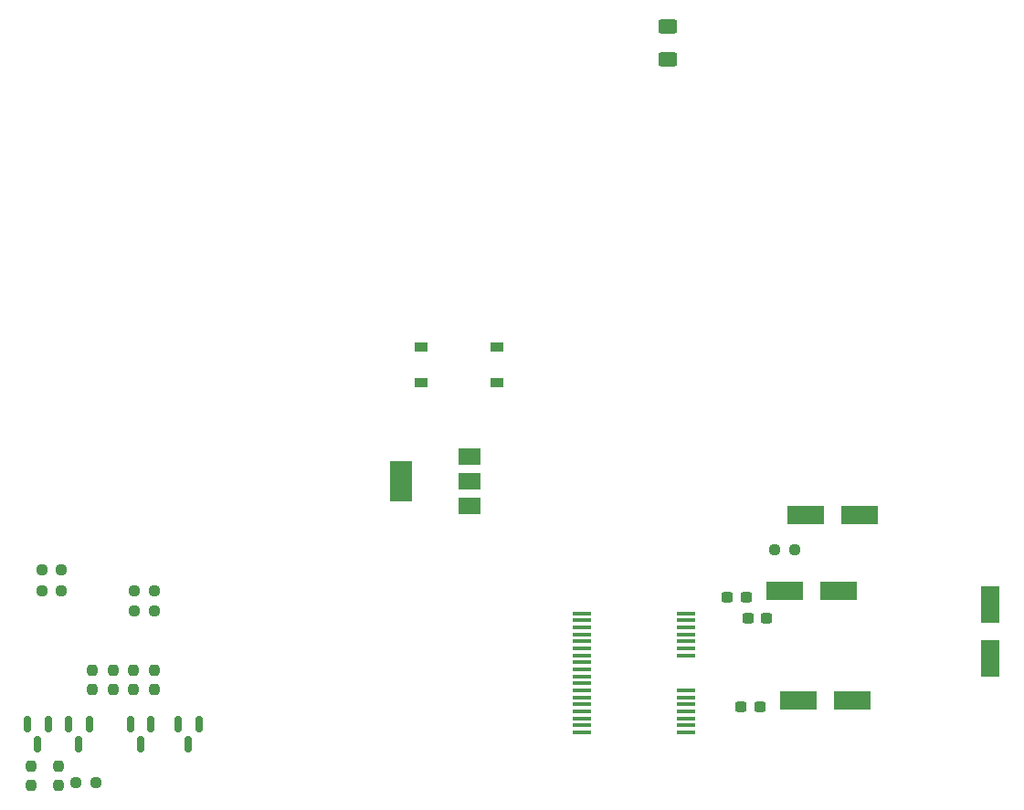
<source format=gbr>
%TF.GenerationSoftware,KiCad,Pcbnew,6.0.11-2627ca5db0~126~ubuntu20.04.1*%
%TF.CreationDate,2023-05-10T15:16:23+05:30*%
%TF.ProjectId,MVCU_COPY,4d564355-5f43-44f5-9059-2e6b69636164,rev?*%
%TF.SameCoordinates,Original*%
%TF.FileFunction,Paste,Bot*%
%TF.FilePolarity,Positive*%
%FSLAX46Y46*%
G04 Gerber Fmt 4.6, Leading zero omitted, Abs format (unit mm)*
G04 Created by KiCad (PCBNEW 6.0.11-2627ca5db0~126~ubuntu20.04.1) date 2023-05-10 15:16:23*
%MOMM*%
%LPD*%
G01*
G04 APERTURE LIST*
G04 Aperture macros list*
%AMRoundRect*
0 Rectangle with rounded corners*
0 $1 Rounding radius*
0 $2 $3 $4 $5 $6 $7 $8 $9 X,Y pos of 4 corners*
0 Add a 4 corners polygon primitive as box body*
4,1,4,$2,$3,$4,$5,$6,$7,$8,$9,$2,$3,0*
0 Add four circle primitives for the rounded corners*
1,1,$1+$1,$2,$3*
1,1,$1+$1,$4,$5*
1,1,$1+$1,$6,$7*
1,1,$1+$1,$8,$9*
0 Add four rect primitives between the rounded corners*
20,1,$1+$1,$2,$3,$4,$5,0*
20,1,$1+$1,$4,$5,$6,$7,0*
20,1,$1+$1,$6,$7,$8,$9,0*
20,1,$1+$1,$8,$9,$2,$3,0*%
G04 Aperture macros list end*
%ADD10R,1.200000X0.900000*%
%ADD11RoundRect,0.237500X0.237500X-0.250000X0.237500X0.250000X-0.237500X0.250000X-0.237500X-0.250000X0*%
%ADD12RoundRect,0.237500X0.300000X0.237500X-0.300000X0.237500X-0.300000X-0.237500X0.300000X-0.237500X0*%
%ADD13R,1.800000X3.500000*%
%ADD14RoundRect,0.150000X-0.150000X0.587500X-0.150000X-0.587500X0.150000X-0.587500X0.150000X0.587500X0*%
%ADD15R,3.500000X1.800000*%
%ADD16RoundRect,0.237500X-0.300000X-0.237500X0.300000X-0.237500X0.300000X0.237500X-0.300000X0.237500X0*%
%ADD17R,2.000000X1.500000*%
%ADD18R,2.000000X3.800000*%
%ADD19RoundRect,0.237500X0.250000X0.237500X-0.250000X0.237500X-0.250000X-0.237500X0.250000X-0.237500X0*%
%ADD20RoundRect,0.250000X0.625000X-0.400000X0.625000X0.400000X-0.625000X0.400000X-0.625000X-0.400000X0*%
%ADD21R,1.670000X0.450000*%
G04 APERTURE END LIST*
D10*
%TO.C,D8*%
X226290000Y-141385000D03*
X226290000Y-138085000D03*
%TD*%
D11*
%TO.C,R10*%
X183110000Y-178747500D03*
X183110000Y-176922500D03*
%TD*%
D12*
%TO.C,C9*%
X251282500Y-163230000D03*
X249557500Y-163230000D03*
%TD*%
D13*
%TO.C,D5*%
X272010000Y-162000000D03*
X272010000Y-167000000D03*
%TD*%
D14*
%TO.C,Q3*%
X192320000Y-173087500D03*
X194220000Y-173087500D03*
X193270000Y-174962500D03*
%TD*%
D12*
%TO.C,C8*%
X250647500Y-171485000D03*
X248922500Y-171485000D03*
%TD*%
D15*
%TO.C,D2*%
X259270000Y-170850000D03*
X254270000Y-170850000D03*
%TD*%
D11*
%TO.C,R9*%
X188825000Y-169857500D03*
X188825000Y-168032500D03*
%TD*%
D16*
%TO.C,C17*%
X247652500Y-161325000D03*
X249377500Y-161325000D03*
%TD*%
D14*
%TO.C,Q4*%
X196765000Y-173087500D03*
X198665000Y-173087500D03*
X197715000Y-174962500D03*
%TD*%
D17*
%TO.C,U1*%
X223725000Y-148230000D03*
X223725000Y-150530000D03*
D18*
X217425000Y-150530000D03*
D17*
X223725000Y-152830000D03*
%TD*%
D19*
%TO.C,R16*%
X253872500Y-156880000D03*
X252047500Y-156880000D03*
%TD*%
%TO.C,R2*%
X185927500Y-158785000D03*
X184102500Y-158785000D03*
%TD*%
D11*
%TO.C,R7*%
X192635000Y-169857500D03*
X192635000Y-168032500D03*
%TD*%
D19*
%TO.C,R12*%
X189102500Y-178470000D03*
X187277500Y-178470000D03*
%TD*%
%TO.C,R5*%
X185927500Y-160690000D03*
X184102500Y-160690000D03*
%TD*%
D10*
%TO.C,D7*%
X219305000Y-141385000D03*
X219305000Y-138085000D03*
%TD*%
D20*
%TO.C,R3*%
X242165000Y-111440000D03*
X242165000Y-108340000D03*
%TD*%
D15*
%TO.C,D6*%
X259905000Y-153705000D03*
X254905000Y-153705000D03*
%TD*%
D14*
%TO.C,Q1*%
X182795000Y-173087500D03*
X184695000Y-173087500D03*
X183745000Y-174962500D03*
%TD*%
D11*
%TO.C,R6*%
X194540000Y-169857500D03*
X194540000Y-168032500D03*
%TD*%
D15*
%TO.C,D1*%
X258000000Y-160690000D03*
X253000000Y-160690000D03*
%TD*%
D11*
%TO.C,R11*%
X185650000Y-178747500D03*
X185650000Y-176922500D03*
%TD*%
D14*
%TO.C,Q2*%
X186605000Y-173087500D03*
X188505000Y-173087500D03*
X187555000Y-174962500D03*
%TD*%
D11*
%TO.C,R8*%
X190730000Y-169857500D03*
X190730000Y-168032500D03*
%TD*%
D19*
%TO.C,R4*%
X194540000Y-162595000D03*
X192715000Y-162595000D03*
%TD*%
D21*
%TO.C,U2*%
X234125000Y-173835000D03*
X234125000Y-173185000D03*
X234125000Y-172535000D03*
X234125000Y-171885000D03*
X234125000Y-171235000D03*
X234125000Y-170585000D03*
X234125000Y-169935000D03*
X234125000Y-169285000D03*
X234125000Y-168635000D03*
X234125000Y-167985000D03*
X234125000Y-167335000D03*
X234125000Y-166685000D03*
X234125000Y-166035000D03*
X234125000Y-165385000D03*
X234125000Y-164735000D03*
X234125000Y-164085000D03*
X234125000Y-163435000D03*
X234125000Y-162785000D03*
X243855000Y-162785000D03*
X243855000Y-163435000D03*
X243855000Y-164085000D03*
X243855000Y-164735000D03*
X243855000Y-165385000D03*
X243855000Y-166035000D03*
X243855000Y-166685000D03*
X243855000Y-169935000D03*
X243855000Y-170585000D03*
X243855000Y-171235000D03*
X243855000Y-171885000D03*
X243855000Y-172535000D03*
X243855000Y-173185000D03*
X243855000Y-173835000D03*
%TD*%
D19*
%TO.C,R1*%
X194540000Y-160690000D03*
X192715000Y-160690000D03*
%TD*%
M02*

</source>
